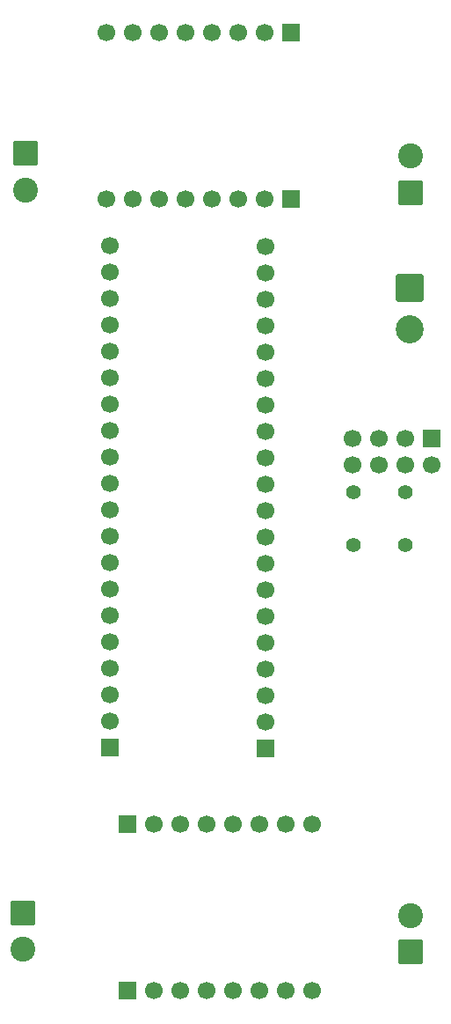
<source format=gbr>
%TF.GenerationSoftware,KiCad,Pcbnew,9.0.3*%
%TF.CreationDate,2025-07-28T15:14:52+05:30*%
%TF.ProjectId,RC_CAR_TEST_PCB,52435f43-4152-45f5-9445-53545f504342,rev?*%
%TF.SameCoordinates,Original*%
%TF.FileFunction,Soldermask,Top*%
%TF.FilePolarity,Negative*%
%FSLAX46Y46*%
G04 Gerber Fmt 4.6, Leading zero omitted, Abs format (unit mm)*
G04 Created by KiCad (PCBNEW 9.0.3) date 2025-07-28 15:14:52*
%MOMM*%
%LPD*%
G01*
G04 APERTURE LIST*
G04 Aperture macros list*
%AMRoundRect*
0 Rectangle with rounded corners*
0 $1 Rounding radius*
0 $2 $3 $4 $5 $6 $7 $8 $9 X,Y pos of 4 corners*
0 Add a 4 corners polygon primitive as box body*
4,1,4,$2,$3,$4,$5,$6,$7,$8,$9,$2,$3,0*
0 Add four circle primitives for the rounded corners*
1,1,$1+$1,$2,$3*
1,1,$1+$1,$4,$5*
1,1,$1+$1,$6,$7*
1,1,$1+$1,$8,$9*
0 Add four rect primitives between the rounded corners*
20,1,$1+$1,$2,$3,$4,$5,0*
20,1,$1+$1,$4,$5,$6,$7,0*
20,1,$1+$1,$6,$7,$8,$9,0*
20,1,$1+$1,$8,$9,$2,$3,0*%
G04 Aperture macros list end*
%ADD10RoundRect,0.250001X-0.949999X0.949999X-0.949999X-0.949999X0.949999X-0.949999X0.949999X0.949999X0*%
%ADD11C,2.400000*%
%ADD12R,1.700000X1.700000*%
%ADD13C,1.700000*%
%ADD14C,1.400000*%
%ADD15RoundRect,0.250001X-1.099999X1.099999X-1.099999X-1.099999X1.099999X-1.099999X1.099999X1.099999X0*%
%ADD16C,2.700000*%
%ADD17RoundRect,0.250001X0.949999X-0.949999X0.949999X0.949999X-0.949999X0.949999X-0.949999X-0.949999X0*%
G04 APERTURE END LIST*
D10*
%TO.C,J6*%
X106732500Y-73750000D03*
D11*
X106732500Y-77250000D03*
%TD*%
D12*
%TO.C,J3*%
X116500000Y-154250000D03*
D13*
X119040000Y-154250000D03*
X121580000Y-154250000D03*
X124120000Y-154250000D03*
X126660000Y-154250000D03*
X129200000Y-154250000D03*
X131740000Y-154250000D03*
X134280000Y-154250000D03*
X134280000Y-138250000D03*
X131740000Y-138250000D03*
X129200000Y-138250000D03*
X126660000Y-138250000D03*
X124120000Y-138250000D03*
X121580000Y-138250000D03*
X119040000Y-138250000D03*
D12*
X116500000Y-138250000D03*
%TD*%
D14*
%TO.C,R1*%
X138250000Y-111390000D03*
X138250000Y-106310000D03*
%TD*%
D12*
%TO.C,J2*%
X132250000Y-62150000D03*
D13*
X129710000Y-62150000D03*
X127170000Y-62150000D03*
X124630000Y-62150000D03*
X122090000Y-62150000D03*
X119550000Y-62150000D03*
X117010000Y-62150000D03*
X114470000Y-62150000D03*
X114470000Y-78150000D03*
X117010000Y-78150000D03*
X119550000Y-78150000D03*
X122090000Y-78150000D03*
X124630000Y-78150000D03*
X127170000Y-78150000D03*
X129710000Y-78150000D03*
D12*
X132250000Y-78150000D03*
%TD*%
%TO.C,J1*%
X129800000Y-130930000D03*
D13*
X129800000Y-128390000D03*
X129800000Y-125850000D03*
X129800000Y-123310000D03*
X129800000Y-120770000D03*
X129800000Y-118230000D03*
X129800000Y-115690000D03*
X129800000Y-113150000D03*
X129800000Y-110610000D03*
X129800000Y-108070000D03*
X129800000Y-105530000D03*
X129800000Y-102990000D03*
X129800000Y-100450000D03*
X129800000Y-97910000D03*
X129800000Y-95370000D03*
X129800000Y-92830000D03*
X129800000Y-90290000D03*
X129800000Y-87750000D03*
X129800000Y-85210000D03*
X129800000Y-82670000D03*
X114800000Y-82640000D03*
X114800000Y-85180000D03*
X114800000Y-87720000D03*
X114800000Y-90260000D03*
X114800000Y-92800000D03*
X114800000Y-95340000D03*
X114800000Y-97880000D03*
X114800000Y-100420000D03*
X114800000Y-102960000D03*
X114800000Y-105500000D03*
X114800000Y-108040000D03*
X114800000Y-110580000D03*
X114800000Y-113120000D03*
X114800000Y-115660000D03*
X114800000Y-118200000D03*
X114800000Y-120740000D03*
X114800000Y-123280000D03*
X114800000Y-125820000D03*
X114800000Y-128360000D03*
D12*
X114800000Y-130900000D03*
%TD*%
D14*
%TO.C,R2*%
X143300000Y-111390000D03*
X143300000Y-106310000D03*
%TD*%
D15*
%TO.C,J5*%
X143700000Y-86692500D03*
D16*
X143700000Y-90652500D03*
%TD*%
D17*
%TO.C,J9*%
X143750000Y-150500000D03*
D11*
X143750000Y-147000000D03*
%TD*%
D10*
%TO.C,J7*%
X106482500Y-146750000D03*
D11*
X106482500Y-150250000D03*
%TD*%
D17*
%TO.C,J8*%
X143750000Y-77500000D03*
D11*
X143750000Y-74000000D03*
%TD*%
D12*
%TO.C,J4*%
X145850000Y-101100000D03*
D13*
X143310000Y-101100000D03*
X140770000Y-101100000D03*
X138230000Y-101100000D03*
X138230000Y-103640000D03*
X140770000Y-103640000D03*
X143310000Y-103640000D03*
X145850000Y-103640000D03*
%TD*%
M02*

</source>
